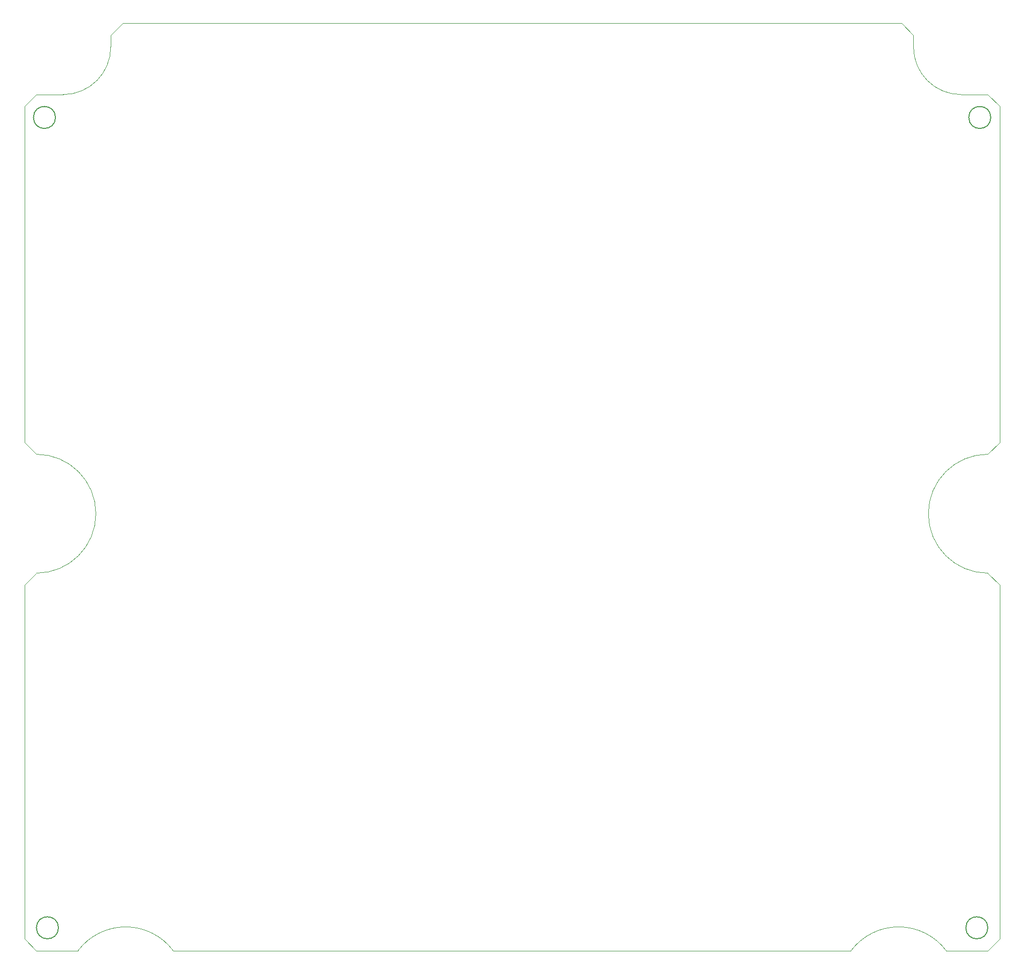
<source format=gm1>
G04 #@! TF.GenerationSoftware,KiCad,Pcbnew,7.0.11-7.0.11~ubuntu22.04.1*
G04 #@! TF.CreationDate,2024-03-27T01:28:59+00:00*
G04 #@! TF.ProjectId,hellen154hyundai,68656c6c-656e-4313-9534-6879756e6461,D*
G04 #@! TF.SameCoordinates,PX5f5e100PYc845880*
G04 #@! TF.FileFunction,Profile,NP*
%FSLAX46Y46*%
G04 Gerber Fmt 4.6, Leading zero omitted, Abs format (unit mm)*
G04 Created by KiCad (PCBNEW 7.0.11-7.0.11~ubuntu22.04.1) date 2024-03-27 01:28:59*
%MOMM*%
%LPD*%
G01*
G04 APERTURE LIST*
G04 #@! TA.AperFunction,Profile*
%ADD10C,0.050000*%
G04 #@! TD*
G04 #@! TA.AperFunction,Profile*
%ADD11C,0.200000*%
G04 #@! TD*
G04 APERTURE END LIST*
D10*
X164000000Y142000000D02*
X162000000Y144000000D01*
X0Y2000000D02*
X0Y61500000D01*
X2000000Y63500000D02*
G75*
G03*
X2000000Y83500000I0J10000000D01*
G01*
X25000000Y0D02*
G75*
G03*
X9000000Y0I-8000000J-6000000D01*
G01*
X147500000Y156000000D02*
X149500000Y154000000D01*
X16500000Y156000000D02*
X14500000Y154000000D01*
X162000000Y0D02*
X164000000Y2000000D01*
D11*
X5200000Y140150000D02*
G75*
G03*
X1500000Y140150000I-1850000J0D01*
G01*
X1500000Y140150000D02*
G75*
G03*
X5200000Y140150000I1850000J0D01*
G01*
D10*
X157500000Y144000000D02*
X162000000Y144000000D01*
X0Y142000000D02*
X2000000Y144000000D01*
X162000000Y0D02*
X155000000Y0D01*
X149500000Y152000000D02*
X149500000Y154000000D01*
X164000000Y85500000D02*
X164000000Y142000000D01*
X155000000Y0D02*
G75*
G03*
X139000000Y0I-8000000J-6000000D01*
G01*
D11*
X5700000Y3850000D02*
G75*
G03*
X2000000Y3850000I-1850000J0D01*
G01*
X2000000Y3850000D02*
G75*
G03*
X5700000Y3850000I1850000J0D01*
G01*
D10*
X0Y85500000D02*
X0Y142000000D01*
X162000000Y83500000D02*
G75*
G03*
X162000000Y63500000I0J-10000000D01*
G01*
X0Y61500000D02*
X2000000Y63500000D01*
X2000000Y0D02*
X0Y2000000D01*
X6500000Y144000000D02*
X2000000Y144000000D01*
X162000000Y83500000D02*
X164000000Y85500000D01*
X14500000Y152000000D02*
X14500000Y154000000D01*
X2000000Y0D02*
X9000000Y0D01*
X149500000Y152000000D02*
G75*
G03*
X157500000Y144000000I8000000J0D01*
G01*
X164000000Y61500000D02*
X162000000Y63500000D01*
X139000000Y0D02*
X25000000Y0D01*
D11*
X162500000Y140150000D02*
G75*
G03*
X158800000Y140150000I-1850000J0D01*
G01*
X158800000Y140150000D02*
G75*
G03*
X162500000Y140150000I1850000J0D01*
G01*
D10*
X2000000Y83500000D02*
X0Y85500000D01*
D11*
X162000000Y3850000D02*
G75*
G03*
X158300000Y3850000I-1850000J0D01*
G01*
X158300000Y3850000D02*
G75*
G03*
X162000000Y3850000I1850000J0D01*
G01*
D10*
X6500000Y144000000D02*
G75*
G03*
X14500000Y152000000I0J8000000D01*
G01*
X16500000Y156000000D02*
X147500000Y156000000D01*
X164000000Y2000000D02*
X164000000Y61500000D01*
M02*

</source>
